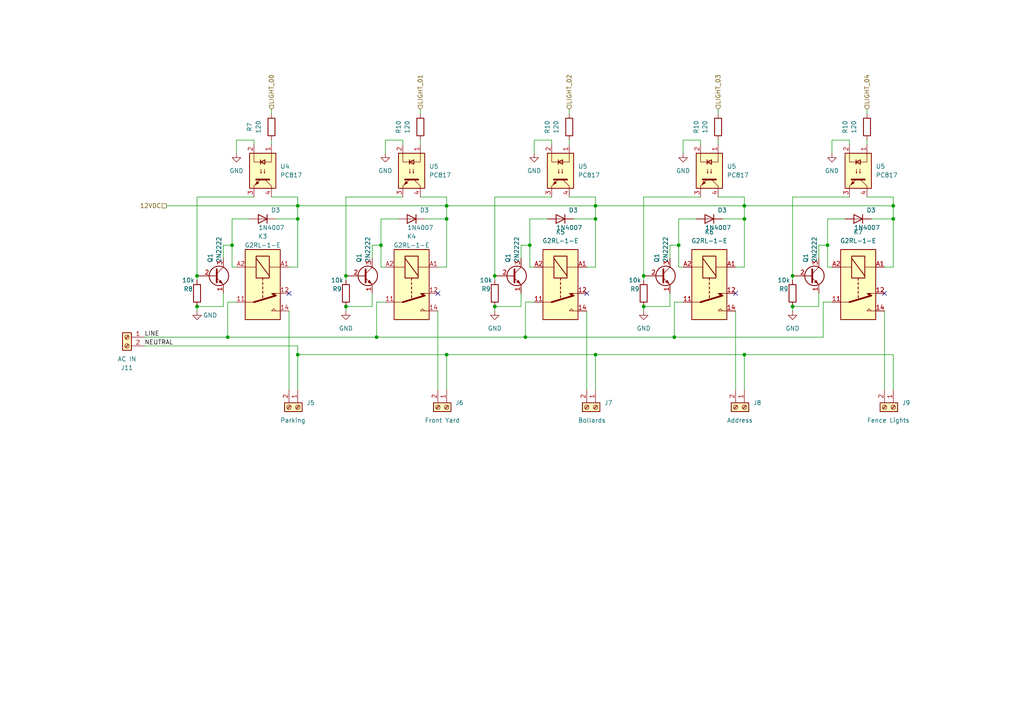
<source format=kicad_sch>
(kicad_sch (version 20230121) (generator eeschema)
  (paper "A4")
  (lib_symbols
    (symbol "Connector:Screw_Terminal_01x02" (pin_names (offset 1.016) hide)
      (property "Reference" "J" (at 0 2.54 0))
      (property "Value" "Screw_Terminal_01x02" (at 0 -5.08 0))
      (symbol "Screw_Terminal_01x02_1_1"
        (rectangle (start -1.27 1.27) (end 1.27 -3.81) (stroke (width 0.254)) (fill (type background)))
        (circle (center 0 -2.54) (radius 0.635) (stroke (width 0.1524)))
        (polyline (pts (xy -0.5334 -2.2098) (xy 0.3302 -3.048)) (stroke (width 0.1524)))
        (polyline (pts (xy -0.5334 0.3302) (xy 0.3302 -0.508)) (stroke (width 0.1524)))
        (polyline (pts (xy -0.3556 -2.032) (xy 0.508 -2.8702)) (stroke (width 0.1524)))
        (polyline (pts (xy -0.3556 0.508) (xy 0.508 -0.3302)) (stroke (width 0.1524)))
        (circle (center 0 0) (radius 0.635) (stroke (width 0.1524)))
        (pin passive line (at -5.08 0 0) (length 3.81) (name "Pin_1") (number "1"))
        (pin passive line (at -5.08 -2.54 0) (length 3.81) (name "Pin_2") (number "2"))
      )
    )
    (symbol "Device:R" (pin_numbers hide) (pin_names (offset 0))
      (property "Reference" "R" (at 2.032 0 90))
      (property "Value" "R" (at 0 0 90))
      (symbol "R_0_1"
        (rectangle (start -1.016 -2.54) (end 1.016 2.54) (stroke (width 0.254)))
      )
      (symbol "R_1_1"
        (pin passive line (at 0 3.81 270) (length 1.27) (name "~") (number "1"))
        (pin passive line (at 0 -3.81 90) (length 1.27) (name "~") (number "2"))
      )
    )
    (symbol "Diode:1N4007" (pin_numbers hide) (pin_names hide)
      (property "Reference" "D" (at 0 2.54 0))
      (property "Value" "1N4007" (at 0 -2.54 0))
      (symbol "1N4007_0_1"
        (polyline (pts (xy -1.27 1.27) (xy -1.27 -1.27)) (stroke (width 0.254)))
        (polyline (pts (xy 1.27 0) (xy -1.27 0)))
        (polyline (pts (xy 1.27 1.27) (xy 1.27 -1.27) (xy -1.27 0) (xy 1.27 1.27)) (stroke (width 0.254)))
      )
      (symbol "1N4007_1_1"
        (pin passive line (at -3.81 0 0) (length 2.54) (name "K") (number "1"))
        (pin passive line (at 3.81 0 180) (length 2.54) (name "A") (number "2"))
      )
    )
    (symbol "Isolator:PC817" (pin_names (offset 1.016))
      (property "Reference" "U" (at -5.08 5.08 0))
      (property "Value" "PC817" (at 0 5.08 0))
      (symbol "PC817_0_1"
        (rectangle (start -5.08 3.81) (end 5.08 -3.81) (stroke (width 0.254)) (fill (type background)))
        (polyline (pts (xy -3.175 -0.635) (xy -1.905 -0.635)) (stroke (width 0.254)))
        (polyline (pts (xy 2.54 0.635) (xy 4.445 2.54)))
        (polyline (pts (xy 4.445 -2.54) (xy 2.54 -0.635)) (fill (type outline)))
        (polyline (pts (xy 4.445 -2.54) (xy 5.08 -2.54)))
        (polyline (pts (xy 4.445 2.54) (xy 5.08 2.54)))
        (polyline (pts (xy -5.08 2.54) (xy -2.54 2.54) (xy -2.54 -0.635)))
        (polyline (pts (xy -2.54 -0.635) (xy -2.54 -2.54) (xy -5.08 -2.54)))
        (polyline (pts (xy 2.54 1.905) (xy 2.54 -1.905) (xy 2.54 -1.905)) (stroke (width 0.508)))
        (polyline (pts (xy -2.54 -0.635) (xy -3.175 0.635) (xy -1.905 0.635) (xy -2.54 -0.635)) (stroke (width 0.254)))
        (polyline (pts (xy -0.508 -0.508) (xy 0.762 -0.508) (xy 0.381 -0.635) (xy 0.381 -0.381) (xy 0.762 -0.508)))
        (polyline (pts (xy -0.508 0.508) (xy 0.762 0.508) (xy 0.381 0.381) (xy 0.381 0.635) (xy 0.762 0.508)))
        (polyline (pts (xy 3.048 -1.651) (xy 3.556 -1.143) (xy 4.064 -2.159) (xy 3.048 -1.651) (xy 3.048 -1.651)) (fill (type outline)))
      )
      (symbol "PC817_1_1"
        (pin passive line (at -7.62 2.54 0) (length 2.54) (name "~") (number "1"))
        (pin passive line (at -7.62 -2.54 0) (length 2.54) (name "~") (number "2"))
        (pin passive line (at 7.62 -2.54 180) (length 2.54) (name "~") (number "3"))
        (pin passive line (at 7.62 2.54 180) (length 2.54) (name "~") (number "4"))
      )
    )
    (symbol "Relay:G2RL-1-E"
      (property "Reference" "K" (at 11.43 3.81 0))
      (property "Value" "G2RL-1-E" (at 11.43 1.27 0))
      (symbol "G2RL-1-E_0_0"
        (polyline (pts (xy 7.62 5.08) (xy 7.62 2.54) (xy 6.985 3.175) (xy 7.62 3.81)))
      )
      (symbol "G2RL-1-E_0_1"
        (rectangle (start -10.16 5.08) (end 10.16 -5.08) (stroke (width 0.254)) (fill (type background)))
        (rectangle (start -8.255 1.905) (end -1.905 -1.905) (stroke (width 0.254)))
        (polyline (pts (xy -7.62 -1.905) (xy -2.54 1.905)) (stroke (width 0.254)))
        (polyline (pts (xy -5.08 -5.08) (xy -5.08 -1.905)))
        (polyline (pts (xy -5.08 5.08) (xy -5.08 1.905)))
        (polyline (pts (xy -1.905 0) (xy -1.27 0)) (stroke (width 0.254)))
        (polyline (pts (xy -0.635 0) (xy 0 0)) (stroke (width 0.254)))
        (polyline (pts (xy 0.635 0) (xy 1.27 0)) (stroke (width 0.254)))
        (polyline (pts (xy 1.905 0) (xy 2.54 0)) (stroke (width 0.254)))
        (polyline (pts (xy 3.175 0) (xy 3.81 0)) (stroke (width 0.254)))
        (polyline (pts (xy 5.08 -2.54) (xy 3.175 3.81)) (stroke (width 0.508)))
        (polyline (pts (xy 5.08 -2.54) (xy 5.08 -5.08)))
        (polyline (pts (xy 2.54 5.08) (xy 2.54 2.54) (xy 3.175 3.175) (xy 2.54 3.81)) (fill (type outline)))
      )
      (symbol "G2RL-1-E_1_1"
        (pin passive line (at 5.08 -7.62 90) (length 2.54) (name "~") (number "11"))
        (pin passive line (at 2.54 7.62 270) (length 2.54) (name "~") (number "12"))
        (pin passive line (at 7.62 7.62 270) (length 2.54) (name "~") (number "14"))
        (pin passive line (at -5.08 7.62 270) (length 2.54) (name "~") (number "A1"))
        (pin passive line (at -5.08 -7.62 90) (length 2.54) (name "~") (number "A2"))
      )
    )
    (symbol "Transistor_BJT:2N3904" (pin_names (offset 0) hide)
      (property "Reference" "Q" (at 5.08 1.905 0))
      (property "Value" "2N3904" (at 5.08 0 0))
      (symbol "2N3904_0_1"
        (polyline (pts (xy 0.635 0.635) (xy 2.54 2.54)))
        (polyline (pts (xy 0.635 -0.635) (xy 2.54 -2.54) (xy 2.54 -2.54)))
        (polyline (pts (xy 0.635 1.905) (xy 0.635 -1.905) (xy 0.635 -1.905)) (stroke (width 0.508)))
        (polyline (pts (xy 1.27 -1.778) (xy 1.778 -1.27) (xy 2.286 -2.286) (xy 1.27 -1.778) (xy 1.27 -1.778)) (fill (type outline)))
        (circle (center 1.27 0) (radius 2.8194) (stroke (width 0.254)))
      )
      (symbol "2N3904_1_1"
        (pin passive line (at 2.54 -5.08 90) (length 2.54) (name "E") (number "1"))
        (pin passive line (at -5.08 0 0) (length 5.715) (name "B") (number "2"))
        (pin passive line (at 2.54 5.08 270) (length 2.54) (name "C") (number "3"))
      )
    )
    (symbol "power:GND" (power) (pin_names (offset 0))
      (property "Value" "GND" (at 0 -3.81 0))
      (symbol "GND_0_1"
        (polyline (pts (xy 0 0) (xy 0 -1.27) (xy 1.27 -1.27) (xy 0 -2.54) (xy -1.27 -1.27) (xy 0 -1.27)))
      )
      (symbol "GND_1_1"
        (pin power_in line (at 0 0 270) (length 0) hide (name "GND") (number "1"))
      )
    )
  )
  (junction (at 172.72 102.87))
  (junction (at 129.54 59.69))
  (junction (at 67.31 71.12))
  (junction (at 215.9 63.5))
  (junction (at 86.36 102.87))
  (junction (at 186.69 88.9))
  (junction (at 143.51 80.01))
  (junction (at 172.72 59.69))
  (junction (at 143.51 88.9))
  (junction (at 66.04 97.79))
  (junction (at 129.54 63.5))
  (junction (at 86.36 63.5))
  (junction (at 259.08 63.5))
  (junction (at 259.08 59.69))
  (junction (at 229.87 80.01))
  (junction (at 86.36 59.69))
  (junction (at 129.54 102.87))
  (junction (at 100.33 80.01))
  (junction (at 109.22 97.79))
  (junction (at 215.9 102.87))
  (junction (at 57.15 88.9))
  (junction (at 196.85 71.12))
  (junction (at 240.03 71.12))
  (junction (at 57.15 80.01))
  (junction (at 215.9 59.69))
  (junction (at 172.72 63.5))
  (junction (at 152.4 97.79))
  (junction (at 186.69 80.01))
  (junction (at 229.87 88.9))
  (junction (at 153.67 71.12))
  (junction (at 195.58 97.79))
  (junction (at 100.33 88.9))
  (junction (at 110.49 71.12))
  (no_connect (at 256.54 85.09))
  (no_connect (at 213.36 85.09))
  (no_connect (at 170.18 85.09))
  (no_connect (at 127 85.09))
  (no_connect (at 83.82 85.09))
  (wire (pts (xy 237.49 71.12) (xy 240.03 71.12)))
  (wire (pts (xy 194.31 74.93) (xy 194.31 71.12)))
  (wire (pts (xy 143.51 90.17) (xy 143.51 88.9)))
  (wire (pts (xy 229.87 90.17) (xy 229.87 88.9)))
  (wire (pts (xy 215.9 57.15) (xy 215.9 59.69)))
  (wire (pts (xy 151.13 88.9) (xy 143.51 88.9)))
  (wire (pts (xy 121.92 57.15) (xy 129.54 57.15)))
  (wire (pts (xy 208.28 40.64) (xy 208.28 41.91)))
  (wire (pts (xy 154.94 87.63) (xy 152.4 87.63)))
  (wire (pts (xy 67.31 63.5) (xy 67.31 71.12)))
  (wire (pts (xy 154.94 44.45) (xy 154.94 40.64)))
  (wire (pts (xy 107.95 85.09) (xy 107.95 88.9)))
  (wire (pts (xy 196.85 71.12) (xy 196.85 77.47)))
  (wire (pts (xy 203.2 57.15) (xy 186.69 57.15)))
  (wire (pts (xy 195.58 97.79) (xy 195.58 87.63)))
  (wire (pts (xy 251.46 40.64) (xy 251.46 41.91)))
  (wire (pts (xy 67.31 71.12) (xy 67.31 77.47)))
  (wire (pts (xy 198.12 44.45) (xy 198.12 40.64)))
  (wire (pts (xy 245.11 63.5) (xy 240.03 63.5)))
  (wire (pts (xy 143.51 57.15) (xy 143.51 80.01)))
  (wire (pts (xy 68.58 87.63) (xy 66.04 87.63)))
  (wire (pts (xy 153.67 63.5) (xy 153.67 71.12)))
  (wire (pts (xy 100.33 57.15) (xy 100.33 80.01)))
  (wire (pts (xy 160.02 57.15) (xy 143.51 57.15)))
  (wire (pts (xy 208.28 31.75) (xy 208.28 33.02)))
  (wire (pts (xy 116.84 40.64) (xy 116.84 41.91)))
  (wire (pts (xy 107.95 74.93) (xy 107.95 71.12)))
  (wire (pts (xy 111.76 87.63) (xy 109.22 87.63)))
  (wire (pts (xy 229.87 80.01) (xy 229.87 81.28)))
  (wire (pts (xy 186.69 80.01) (xy 186.69 81.28)))
  (wire (pts (xy 251.46 57.15) (xy 259.08 57.15)))
  (wire (pts (xy 151.13 74.93) (xy 151.13 71.12)))
  (wire (pts (xy 107.95 71.12) (xy 110.49 71.12)))
  (wire (pts (xy 129.54 57.15) (xy 129.54 59.69)))
  (wire (pts (xy 64.77 85.09) (xy 64.77 88.9)))
  (wire (pts (xy 151.13 71.12) (xy 153.67 71.12)))
  (wire (pts (xy 215.9 59.69) (xy 259.08 59.69)))
  (wire (pts (xy 259.08 63.5) (xy 259.08 77.47)))
  (wire (pts (xy 67.31 77.47) (xy 68.58 77.47)))
  (wire (pts (xy 121.92 40.64) (xy 121.92 41.91)))
  (wire (pts (xy 78.74 57.15) (xy 86.36 57.15)))
  (wire (pts (xy 86.36 63.5) (xy 86.36 77.47)))
  (wire (pts (xy 203.2 40.64) (xy 203.2 41.91)))
  (wire (pts (xy 41.91 100.33) (xy 86.36 100.33)))
  (wire (pts (xy 241.3 87.63) (xy 238.76 87.63)))
  (wire (pts (xy 86.36 102.87) (xy 129.54 102.87)))
  (wire (pts (xy 72.39 63.5) (xy 67.31 63.5)))
  (wire (pts (xy 259.08 57.15) (xy 259.08 59.69)))
  (wire (pts (xy 64.77 71.12) (xy 67.31 71.12)))
  (wire (pts (xy 154.94 40.64) (xy 160.02 40.64)))
  (wire (pts (xy 172.72 77.47) (xy 170.18 77.47)))
  (wire (pts (xy 215.9 102.87) (xy 259.08 102.87)))
  (wire (pts (xy 237.49 88.9) (xy 229.87 88.9)))
  (wire (pts (xy 213.36 90.17) (xy 213.36 113.03)))
  (wire (pts (xy 86.36 59.69) (xy 129.54 59.69)))
  (wire (pts (xy 170.18 90.17) (xy 170.18 113.03)))
  (wire (pts (xy 100.33 90.17) (xy 100.33 88.9)))
  (wire (pts (xy 57.15 57.15) (xy 57.15 80.01)))
  (wire (pts (xy 201.93 63.5) (xy 196.85 63.5)))
  (wire (pts (xy 107.95 88.9) (xy 100.33 88.9)))
  (wire (pts (xy 241.3 44.45) (xy 241.3 40.64)))
  (wire (pts (xy 110.49 71.12) (xy 110.49 77.47)))
  (wire (pts (xy 215.9 63.5) (xy 215.9 77.47)))
  (wire (pts (xy 86.36 57.15) (xy 86.36 59.69)))
  (wire (pts (xy 241.3 40.64) (xy 246.38 40.64)))
  (wire (pts (xy 78.74 31.75) (xy 78.74 33.02)))
  (wire (pts (xy 129.54 102.87) (xy 129.54 113.03)))
  (wire (pts (xy 57.15 81.28) (xy 57.15 80.01)))
  (wire (pts (xy 172.72 102.87) (xy 172.72 113.03)))
  (wire (pts (xy 153.67 71.12) (xy 153.67 77.47)))
  (wire (pts (xy 246.38 40.64) (xy 246.38 41.91)))
  (wire (pts (xy 237.49 85.09) (xy 237.49 88.9)))
  (wire (pts (xy 153.67 77.47) (xy 154.94 77.47)))
  (wire (pts (xy 172.72 57.15) (xy 172.72 59.69)))
  (wire (pts (xy 240.03 63.5) (xy 240.03 71.12)))
  (wire (pts (xy 215.9 77.47) (xy 213.36 77.47)))
  (wire (pts (xy 78.74 40.64) (xy 78.74 41.91)))
  (wire (pts (xy 110.49 63.5) (xy 110.49 71.12)))
  (wire (pts (xy 165.1 31.75) (xy 165.1 33.02)))
  (wire (pts (xy 151.13 85.09) (xy 151.13 88.9)))
  (wire (pts (xy 116.84 57.15) (xy 100.33 57.15)))
  (wire (pts (xy 229.87 57.15) (xy 229.87 80.01)))
  (wire (pts (xy 41.91 97.79) (xy 66.04 97.79)))
  (wire (pts (xy 48.26 59.69) (xy 86.36 59.69)))
  (wire (pts (xy 83.82 90.17) (xy 83.82 113.03)))
  (wire (pts (xy 68.58 40.64) (xy 73.66 40.64)))
  (wire (pts (xy 166.37 63.5) (xy 172.72 63.5)))
  (wire (pts (xy 129.54 63.5) (xy 129.54 77.47)))
  (wire (pts (xy 196.85 63.5) (xy 196.85 71.12)))
  (wire (pts (xy 86.36 59.69) (xy 86.36 63.5)))
  (wire (pts (xy 158.75 63.5) (xy 153.67 63.5)))
  (wire (pts (xy 109.22 97.79) (xy 152.4 97.79)))
  (wire (pts (xy 123.19 63.5) (xy 129.54 63.5)))
  (wire (pts (xy 115.57 63.5) (xy 110.49 63.5)))
  (wire (pts (xy 73.66 57.15) (xy 57.15 57.15)))
  (wire (pts (xy 68.58 44.45) (xy 68.58 40.64)))
  (wire (pts (xy 215.9 59.69) (xy 215.9 63.5)))
  (wire (pts (xy 259.08 59.69) (xy 259.08 63.5)))
  (wire (pts (xy 111.76 44.45) (xy 111.76 40.64)))
  (wire (pts (xy 256.54 90.17) (xy 256.54 113.03)))
  (wire (pts (xy 194.31 71.12) (xy 196.85 71.12)))
  (wire (pts (xy 195.58 87.63) (xy 198.12 87.63)))
  (wire (pts (xy 251.46 31.75) (xy 251.46 33.02)))
  (wire (pts (xy 121.92 31.75) (xy 121.92 33.02)))
  (wire (pts (xy 66.04 97.79) (xy 109.22 97.79)))
  (wire (pts (xy 215.9 102.87) (xy 215.9 113.03)))
  (wire (pts (xy 73.66 40.64) (xy 73.66 41.91)))
  (wire (pts (xy 238.76 97.79) (xy 195.58 97.79)))
  (wire (pts (xy 152.4 87.63) (xy 152.4 97.79)))
  (wire (pts (xy 196.85 77.47) (xy 198.12 77.47)))
  (wire (pts (xy 165.1 40.64) (xy 165.1 41.91)))
  (wire (pts (xy 64.77 74.93) (xy 64.77 71.12)))
  (wire (pts (xy 66.04 87.63) (xy 66.04 97.79)))
  (wire (pts (xy 64.77 88.9) (xy 57.15 88.9)))
  (wire (pts (xy 129.54 59.69) (xy 172.72 59.69)))
  (wire (pts (xy 160.02 40.64) (xy 160.02 41.91)))
  (wire (pts (xy 252.73 63.5) (xy 259.08 63.5)))
  (wire (pts (xy 186.69 90.17) (xy 186.69 88.9)))
  (wire (pts (xy 237.49 74.93) (xy 237.49 71.12)))
  (wire (pts (xy 86.36 100.33) (xy 86.36 102.87)))
  (wire (pts (xy 259.08 77.47) (xy 256.54 77.47)))
  (wire (pts (xy 198.12 40.64) (xy 203.2 40.64)))
  (wire (pts (xy 209.55 63.5) (xy 215.9 63.5)))
  (wire (pts (xy 143.51 80.01) (xy 143.51 81.28)))
  (wire (pts (xy 109.22 87.63) (xy 109.22 97.79)))
  (wire (pts (xy 246.38 57.15) (xy 229.87 57.15)))
  (wire (pts (xy 110.49 77.47) (xy 111.76 77.47)))
  (wire (pts (xy 259.08 102.87) (xy 259.08 113.03)))
  (wire (pts (xy 86.36 102.87) (xy 86.36 113.03)))
  (wire (pts (xy 129.54 102.87) (xy 172.72 102.87)))
  (wire (pts (xy 186.69 57.15) (xy 186.69 80.01)))
  (wire (pts (xy 152.4 97.79) (xy 195.58 97.79)))
  (wire (pts (xy 129.54 59.69) (xy 129.54 63.5)))
  (wire (pts (xy 111.76 40.64) (xy 116.84 40.64)))
  (wire (pts (xy 240.03 77.47) (xy 241.3 77.47)))
  (wire (pts (xy 57.15 90.17) (xy 57.15 88.9)))
  (wire (pts (xy 208.28 57.15) (xy 215.9 57.15)))
  (wire (pts (xy 172.72 63.5) (xy 172.72 77.47)))
  (wire (pts (xy 127 90.17) (xy 127 113.03)))
  (wire (pts (xy 238.76 87.63) (xy 238.76 97.79)))
  (wire (pts (xy 172.72 59.69) (xy 172.72 63.5)))
  (wire (pts (xy 129.54 77.47) (xy 127 77.47)))
  (wire (pts (xy 80.01 63.5) (xy 86.36 63.5)))
  (wire (pts (xy 165.1 57.15) (xy 172.72 57.15)))
  (wire (pts (xy 240.03 71.12) (xy 240.03 77.47)))
  (wire (pts (xy 100.33 80.01) (xy 100.33 81.28)))
  (wire (pts (xy 172.72 102.87) (xy 215.9 102.87)))
  (wire (pts (xy 86.36 77.47) (xy 83.82 77.47)))
  (wire (pts (xy 194.31 85.09) (xy 194.31 88.9)))
  (wire (pts (xy 172.72 59.69) (xy 215.9 59.69)))
  (wire (pts (xy 194.31 88.9) (xy 186.69 88.9)))
  (label "NEUTRAL" (at 41.91 100.33 0))
  (label "LINE" (at 41.91 97.79 0))
  (hierarchical_label "LIGHT_03" (shape input) (at 208.28 31.75 90))
  (hierarchical_label "LIGHT_00" (shape input) (at 78.74 31.75 90))
  (hierarchical_label "LIGHT_02" (shape input) (at 165.1 31.75 90))
  (hierarchical_label "LIGHT_04" (shape input) (at 251.46 31.75 90))
  (hierarchical_label "12VDC" (shape passive) (at 48.26 59.69 180))
  (hierarchical_label "LIGHT_01" (shape input) (at 121.92 31.75 90))
  (symbol (lib_id "Isolator:PC817") (at 162.56 49.53 270) (unit 1)
    (property "Reference" "U5" (at 167.64 48.26 90) (effects (justify left)))
    (property "Value" "PC817" (at 167.64 50.8 90) (effects (justify left)))
    (property "Footprint" "Package_DIP:DIP-4_W7.62mm" (effects hide))
    (property "Datasheet" "http://www.soselectronic.cz/a_info/resource/d/pc817.pdf" (effects hide))
    (instances (project "control.gateway" (path "" (reference "U5") (unit 1)) (path "" (reference "U6") (unit 1))))
  )
  (symbol (lib_id "Transistor_BJT:2N3904") (at 62.23 80.01 0) (unit 1)
    (property "Reference" "Q1" (at 60.96 76.2 90) (effects (justify left)))
    (property "Value" "2N2222" (at 63.5 76.2 90) (effects (justify left)))
    (property "Footprint" "Package_TO_SOT_THT:TO-92_Inline_Wide" (effects hide))
    (property "Datasheet" "https://www.onsemi.com/pub/Collateral/2N3903-D.PDF" (effects hide))
    (instances (project "water-ctrl-hw" (path "" (reference "Q1") (unit 1))) (project "control.gateway" (path "" (reference "Q3") (unit 1)) (path "" (reference "Q2") (unit 1))))
  )
  (symbol (lib_id "power:GND") (at 241.3 44.45 0) (unit 1)
    (property "Reference" "#PWR018" (effects hide))
    (property "Value" "GND" (at 241.3 49.53 0))
    (instances (project "control.gateway" (path "" (reference "#PWR018") (unit 1)) (path "" (reference "#PWR027") (unit 1))))
  )
  (symbol (lib_id "Device:R") (at 100.33 85.09 0) (mirror x) (unit 1)
    (property "Reference" "R9" (at 97.79 83.82 0))
    (property "Value" "10k" (at 97.79 81.28 0))
    (property "Footprint" "PCM_Resistor_SMD_AKL:R_1206_3216Metric_Pad1.42x1.75mm_HandSolder" (effects hide))
    (instances (project "control.gateway" (path "" (reference "R9") (unit 1)) (path "" (reference "R11") (unit 1))))
  )
  (symbol (lib_id "Relay:G2RL-1-E") (at 162.56 82.55 270) (unit 1)
    (property "Reference" "K5" (at 162.56 67.31 90))
    (property "Value" "G2RL-1-E" (at 162.56 69.85 90))
    (property "Footprint" "Relay_THT:Relay_SPDT_Omron_G2RL-1-E" (effects hide))
    (property "Datasheet" "https://omronfs.omron.com/en_US/ecb/products/pdf/en-g2rl.pdf" (effects hide))
    (instances (project "control.gateway" (path "" (reference "K5") (unit 1)) (path "" (reference "K4") (unit 1))))
  )
  (symbol (lib_id "Connector:Screw_Terminal_01x02") (at 129.54 118.11 270) (unit 1)
    (property "Reference" "J6" (at 132.08 116.84 90) (effects (justify left)))
    (property "Value" "Front Yard" (at 123.19 121.92 90) (effects (justify left)))
    (property "Footprint" "Connector_Phoenix_MC_HighVoltage:PhoenixContact_MC_1,5_2-G-5.08_1x02_P5.08mm_Horizontal" (effects hide))
    (instances (project "control.gateway" (path "" (reference "J6") (unit 1)) (path "" (reference "J8") (unit 1))))
  )
  (symbol (lib_id "Isolator:PC817") (at 119.38 49.53 270) (unit 1)
    (property "Reference" "U5" (at 124.46 48.26 90) (effects (justify left)))
    (property "Value" "PC817" (at 124.46 50.8 90) (effects (justify left)))
    (property "Footprint" "Package_DIP:DIP-4_W7.62mm" (effects hide))
    (property "Datasheet" "http://www.soselectronic.cz/a_info/resource/d/pc817.pdf" (effects hide))
    (instances (project "control.gateway" (path "" (reference "U5") (unit 1)) (path "" (reference "U4") (unit 1))))
  )
  (symbol (lib_id "power:GND") (at 100.33 90.17 0) (unit 1)
    (property "Reference" "#PWR017" (effects hide))
    (property "Value" "GND" (at 100.33 95.25 0))
  )
  (symbol (lib_id "power:GND") (at 68.58 44.45 0) (unit 1)
    (property "Reference" "#PWR014" (effects hide))
    (property "Value" "GND" (at 68.58 49.53 0))
    (instances (project "control.gateway" (path "" (reference "#PWR014") (unit 1)) (path "" (reference "#PWR015") (unit 1))))
  )
  (symbol (lib_id "power:GND") (at 229.87 90.17 0) (unit 1)
    (property "Reference" "#PWR017" (effects hide))
    (property "Value" "GND" (at 229.87 95.25 0))
    (instances (project "control.gateway" (path "" (reference "#PWR017") (unit 1)) (path "" (reference "#PWR026") (unit 1))))
  )
  (symbol (lib_id "Transistor_BJT:2N3904") (at 148.59 80.01 0) (unit 1)
    (property "Reference" "Q1" (at 147.32 76.2 90) (effects (justify left)))
    (property "Value" "2N2222" (at 149.86 76.2 90) (effects (justify left)))
    (property "Footprint" "Package_TO_SOT_THT:TO-92_Inline_Wide" (effects hide))
    (property "Datasheet" "https://www.onsemi.com/pub/Collateral/2N3903-D.PDF" (effects hide))
    (instances (project "water-ctrl-hw" (path "" (reference "Q1") (unit 1))) (project "control.gateway" (path "" (reference "Q4") (unit 1)) (path "" (reference "Q4") (unit 1))))
  )
  (symbol (lib_id "power:GND") (at 111.76 44.45 0) (unit 1)
    (property "Reference" "#PWR018" (effects hide))
    (property "Value" "GND" (at 111.76 49.53 0))
  )
  (symbol (lib_id "Diode:1N4007") (at 76.2 63.5 180) (unit 1)
    (property "Reference" "D3" (at 81.28 60.96 0) (effects (justify left)))
    (property "Value" "1N4007" (at 82.55 66.04 0) (effects (justify left)))
    (property "Footprint" "Diode_THT:D_DO-41_SOD81_P10.16mm_Horizontal" (effects hide))
    (property "Datasheet" "http://www.vishay.com/docs/88503/1n4001.pdf" (effects hide))
  )
  (symbol (lib_id "power:GND") (at 154.94 44.45 0) (unit 1)
    (property "Reference" "#PWR018" (effects hide))
    (property "Value" "GND" (at 154.94 49.53 0))
    (instances (project "control.gateway" (path "" (reference "#PWR018") (unit 1)) (path "" (reference "#PWR021") (unit 1))))
  )
  (symbol (lib_id "power:GND") (at 198.12 44.45 0) (unit 1)
    (property "Reference" "#PWR018" (effects hide))
    (property "Value" "GND" (at 198.12 49.53 0))
    (instances (project "control.gateway" (path "" (reference "#PWR018") (unit 1)) (path "" (reference "#PWR024") (unit 1))))
  )
  (symbol (lib_id "Diode:1N4007") (at 248.92 63.5 180) (unit 1)
    (property "Reference" "D3" (at 254 60.96 0) (effects (justify left)))
    (property "Value" "1N4007" (at 255.27 66.04 0) (effects (justify left)))
    (property "Footprint" "Diode_THT:D_DO-41_SOD81_P10.16mm_Horizontal" (effects hide))
    (property "Datasheet" "http://www.vishay.com/docs/88503/1n4001.pdf" (effects hide))
    (instances (project "water-ctrl-hw" (path "" (reference "D3") (unit 1))) (project "control.gateway" (path "" (reference "D4") (unit 1)) (path "" (reference "D7") (unit 1))))
  )
  (symbol (lib_id "Device:R") (at 186.69 85.09 0) (mirror x) (unit 1)
    (property "Reference" "R9" (at 184.15 83.82 0))
    (property "Value" "10k" (at 184.15 81.28 0))
    (property "Footprint" "PCM_Resistor_SMD_AKL:R_1206_3216Metric_Pad1.42x1.75mm_HandSolder" (effects hide))
    (instances (project "control.gateway" (path "" (reference "R9") (unit 1)) (path "" (reference "R18") (unit 1))))
  )
  (symbol (lib_id "Device:R") (at 165.1 36.83 0) (mirror y) (unit 1)
    (property "Reference" "R10" (at 158.75 36.83 90))
    (property "Value" "120" (at 161.29 36.83 90))
    (property "Footprint" "PCM_Resistor_SMD_AKL:R_1206_3216Metric_Pad1.42x1.75mm_HandSolder" (effects hide))
    (instances (project "control.gateway" (path "" (reference "R10") (unit 1)) (path "" (reference "R19") (unit 1))))
  )
  (symbol (lib_id "Connector:Screw_Terminal_01x02") (at 259.08 118.11 270) (unit 1)
    (property "Reference" "J9" (at 261.62 116.84 90) (effects (justify left)))
    (property "Value" "Fence Lights" (at 251.46 121.92 90) (effects (justify left)))
    (property "Footprint" "Connector_Phoenix_MC_HighVoltage:PhoenixContact_MC_1,5_2-G-5.08_1x02_P5.08mm_Horizontal" (effects hide))
    (instances (project "control.gateway" (path "" (reference "J9") (unit 1)) (path "" (reference "J13") (unit 1))))
  )
  (symbol (lib_id "Transistor_BJT:2N3904") (at 234.95 80.01 0) (unit 1)
    (property "Reference" "Q1" (at 233.68 76.2 90) (effects (justify left)))
    (property "Value" "2N2222" (at 236.22 76.2 90) (effects (justify left)))
    (property "Footprint" "Package_TO_SOT_THT:TO-92_Inline_Wide" (effects hide))
    (property "Datasheet" "https://www.onsemi.com/pub/Collateral/2N3903-D.PDF" (effects hide))
    (instances (project "water-ctrl-hw" (path "" (reference "Q1") (unit 1))) (project "control.gateway" (path "" (reference "Q4") (unit 1)) (path "" (reference "Q6") (unit 1))))
  )
  (symbol (lib_id "Device:R") (at 121.92 36.83 0) (mirror y) (unit 1)
    (property "Reference" "R10" (at 115.57 36.83 90))
    (property "Value" "120" (at 118.11 36.83 90))
    (property "Footprint" "PCM_Resistor_SMD_AKL:R_1206_3216Metric_Pad1.42x1.75mm_HandSolder" (effects hide))
    (instances (project "control.gateway" (path "" (reference "R10") (unit 1)) (path "" (reference "R17") (unit 1))))
  )
  (symbol (lib_id "Device:R") (at 208.28 36.83 0) (mirror y) (unit 1)
    (property "Reference" "R10" (at 201.93 36.83 90))
    (property "Value" "120" (at 204.47 36.83 90))
    (property "Footprint" "PCM_Resistor_SMD_AKL:R_1206_3216Metric_Pad1.42x1.75mm_HandSolder" (effects hide))
    (instances (project "control.gateway" (path "" (reference "R10") (unit 1)) (path "" (reference "R20") (unit 1))))
  )
  (symbol (lib_id "Device:R") (at 57.15 85.09 0) (mirror x) (unit 1)
    (property "Reference" "R8" (at 54.61 83.82 0))
    (property "Value" "10k" (at 54.61 81.28 0))
    (property "Footprint" "PCM_Resistor_SMD_AKL:R_1206_3216Metric_Pad1.42x1.75mm_HandSolder" (effects hide))
    (instances (project "control.gateway" (path "" (reference "R8") (unit 1)) (path "" (reference "R10") (unit 1))))
  )
  (symbol (lib_id "Diode:1N4007") (at 205.74 63.5 180) (unit 1)
    (property "Reference" "D3" (at 210.82 60.96 0) (effects (justify left)))
    (property "Value" "1N4007" (at 212.09 66.04 0) (effects (justify left)))
    (property "Footprint" "Diode_THT:D_DO-41_SOD81_P10.16mm_Horizontal" (effects hide))
    (property "Datasheet" "http://www.vishay.com/docs/88503/1n4001.pdf" (effects hide))
    (instances (project "water-ctrl-hw" (path "" (reference "D3") (unit 1))) (project "control.gateway" (path "" (reference "D4") (unit 1)) (path "" (reference "D6") (unit 1))))
  )
  (symbol (lib_id "Connector:Screw_Terminal_01x02") (at 215.9 118.11 270) (unit 1)
    (property "Reference" "J8" (at 218.44 116.84 90) (effects (justify left)))
    (property "Value" "Address" (at 210.82 121.92 90) (effects (justify left)))
    (property "Footprint" "Connector_Phoenix_MC_HighVoltage:PhoenixContact_MC_1,5_2-G-5.08_1x02_P5.08mm_Horizontal" (effects hide))
    (instances (project "control.gateway" (path "" (reference "J8") (unit 1)) (path "" (reference "J11") (unit 1))))
  )
  (symbol (lib_id "power:GND") (at 143.51 90.17 0) (unit 1)
    (property "Reference" "#PWR017" (effects hide))
    (property "Value" "GND" (at 143.51 95.25 0))
    (instances (project "control.gateway" (path "" (reference "#PWR017") (unit 1)) (path "" (reference "#PWR020") (unit 1))))
  )
  (symbol (lib_id "Device:R") (at 78.74 36.83 0) (mirror y) (unit 1)
    (property "Reference" "R7" (at 72.39 36.83 90))
    (property "Value" "120" (at 74.93 36.83 90))
    (property "Footprint" "PCM_Resistor_SMD_AKL:R_1206_3216Metric_Pad1.42x1.75mm_HandSolder" (effects hide))
    (instances (project "control.gateway" (path "" (reference "R7") (unit 1)) (path "" (reference "R16") (unit 1))))
  )
  (symbol (lib_id "Connector:Screw_Terminal_01x02") (at 86.36 118.11 270) (unit 1)
    (property "Reference" "J5" (at 88.9 116.84 90) (effects (justify left)))
    (property "Value" "Parking" (at 81.28 121.92 90) (effects (justify left)))
    (property "Footprint" "Connector_Phoenix_MC_HighVoltage:PhoenixContact_MC_1,5_2-G-5.08_1x02_P5.08mm_Horizontal" (effects hide))
    (instances (project "control.gateway" (path "" (reference "J5") (unit 1)) (path "" (reference "J7") (unit 1))))
  )
  (symbol (lib_id "Relay:G2RL-1-E") (at 76.2 82.55 270) (unit 1)
    (property "Reference" "K3" (at 76.2 68.58 90))
    (property "Value" "G2RL-1-E" (at 76.2 71.12 90))
    (property "Footprint" "Relay_THT:Relay_SPDT_Omron_G2RL-1-E" (effects hide))
    (property "Datasheet" "https://omronfs.omron.com/en_US/ecb/products/pdf/en-g2rl.pdf" (effects hide))
    (instances (project "control.gateway" (path "" (reference "K3") (unit 1)) (path "" (reference "K2") (unit 1))))
  )
  (symbol (lib_id "Diode:1N4007") (at 162.56 63.5 180) (unit 1)
    (property "Reference" "D3" (at 167.64 60.96 0) (effects (justify left)))
    (property "Value" "1N4007" (at 168.91 66.04 0) (effects (justify left)))
    (property "Footprint" "Diode_THT:D_DO-41_SOD81_P10.16mm_Horizontal" (effects hide))
    (property "Datasheet" "http://www.vishay.com/docs/88503/1n4001.pdf" (effects hide))
    (instances (project "water-ctrl-hw" (path "" (reference "D3") (unit 1))) (project "control.gateway" (path "" (reference "D4") (unit 1)) (path "" (reference "D5") (unit 1))))
  )
  (symbol (lib_id "Relay:G2RL-1-E") (at 248.92 82.55 270) (unit 1)
    (property "Reference" "K7" (at 248.92 67.31 90))
    (property "Value" "G2RL-1-E" (at 248.92 69.85 90))
    (property "Footprint" "Relay_THT:Relay_SPDT_Omron_G2RL-1-E" (effects hide))
    (property "Datasheet" "https://omronfs.omron.com/en_US/ecb/products/pdf/en-g2rl.pdf" (effects hide))
    (instances (project "control.gateway" (path "" (reference "K7") (unit 1)) (path "" (reference "K6") (unit 1))))
  )
  (symbol (lib_id "power:GND") (at 57.15 90.17 0) (unit 1)
    (property "Reference" "#PWR016" (effects hide))
    (property "Value" "GND" (at 60.96 91.44 0))
    (instances (project "control.gateway" (path "" (reference "#PWR016") (unit 1)) (path "" (reference "#PWR014") (unit 1))))
  )
  (symbol (lib_id "Device:R") (at 229.87 85.09 0) (mirror x) (unit 1)
    (property "Reference" "R9" (at 227.33 83.82 0))
    (property "Value" "10k" (at 227.33 81.28 0))
    (property "Footprint" "PCM_Resistor_SMD_AKL:R_1206_3216Metric_Pad1.42x1.75mm_HandSolder" (effects hide))
    (instances (project "control.gateway" (path "" (reference "R9") (unit 1)) (path "" (reference "R22") (unit 1))))
  )
  (symbol (lib_id "Connector:Screw_Terminal_01x02") (at 36.83 97.79 0) (mirror y) (unit 1)
    (property "Reference" "J11" (at 36.83 106.68 0))
    (property "Value" "AC IN" (at 36.83 104.14 0))
    (property "Footprint" "TerminalBlock_Phoenix:TerminalBlock_Phoenix_MKDS-1,5-2-5.08_1x02_P5.08mm_Horizontal" (effects hide))
    (instances (project "control.gateway" (path "" (reference "J11") (unit 1)) (path "" (reference "J5") (unit 1))))
  )
  (symbol (lib_id "Transistor_BJT:2N3904") (at 191.77 80.01 0) (unit 1)
    (property "Reference" "Q1" (at 190.5 76.2 90) (effects (justify left)))
    (property "Value" "2N2222" (at 193.04 76.2 90) (effects (justify left)))
    (property "Footprint" "Package_TO_SOT_THT:TO-92_Inline_Wide" (effects hide))
    (property "Datasheet" "https://www.onsemi.com/pub/Collateral/2N3903-D.PDF" (effects hide))
    (instances (project "water-ctrl-hw" (path "" (reference "Q1") (unit 1))) (project "control.gateway" (path "" (reference "Q4") (unit 1)) (path "" (reference "Q5") (unit 1))))
  )
  (symbol (lib_id "Isolator:PC817") (at 248.92 49.53 270) (unit 1)
    (property "Reference" "U5" (at 254 48.26 90) (effects (justify left)))
    (property "Value" "PC817" (at 254 50.8 90) (effects (justify left)))
    (property "Footprint" "Package_DIP:DIP-4_W7.62mm" (effects hide))
    (property "Datasheet" "http://www.soselectronic.cz/a_info/resource/d/pc817.pdf" (effects hide))
    (instances (project "control.gateway" (path "" (reference "U5") (unit 1)) (path "" (reference "U8") (unit 1))))
  )
  (symbol (lib_id "Transistor_BJT:2N3904") (at 105.41 80.01 0) (unit 1)
    (property "Reference" "Q1" (at 104.14 76.2 90) (effects (justify left)))
    (property "Value" "2N2222" (at 106.68 76.2 90) (effects (justify left)))
    (property "Footprint" "Package_TO_SOT_THT:TO-92_Inline_Wide" (effects hide))
    (property "Datasheet" "https://www.onsemi.com/pub/Collateral/2N3903-D.PDF" (effects hide))
    (instances (project "water-ctrl-hw" (path "" (reference "Q1") (unit 1))) (project "control.gateway" (path "" (reference "Q4") (unit 1)) (path "" (reference "Q3") (unit 1))))
  )
  (symbol (lib_id "Diode:1N4007") (at 119.38 63.5 180) (unit 1)
    (property "Reference" "D3" (at 124.46 60.96 0) (effects (justify left)))
    (property "Value" "1N4007" (at 125.73 66.04 0) (effects (justify left)))
    (property "Footprint" "Diode_THT:D_DO-41_SOD81_P10.16mm_Horizontal" (effects hide))
    (property "Datasheet" "http://www.vishay.com/docs/88503/1n4001.pdf" (effects hide))
    (instances (project "water-ctrl-hw" (path "" (reference "D3") (unit 1))) (project "control.gateway" (path "" (reference "D4") (unit 1)) (path "" (reference "D4") (unit 1))))
  )
  (symbol (lib_id "power:GND") (at 186.69 90.17 0) (unit 1)
    (property "Reference" "#PWR017" (effects hide))
    (property "Value" "GND" (at 186.69 95.25 0))
    (instances (project "control.gateway" (path "" (reference "#PWR017") (unit 1)) (path "" (reference "#PWR023") (unit 1))))
  )
  (symbol (lib_id "Device:R") (at 251.46 36.83 0) (mirror y) (unit 1)
    (property "Reference" "R10" (at 245.11 36.83 90))
    (property "Value" "120" (at 247.65 36.83 90))
    (property "Footprint" "PCM_Resistor_SMD_AKL:R_1206_3216Metric_Pad1.42x1.75mm_HandSolder" (effects hide))
    (instances (project "control.gateway" (path "" (reference "R10") (unit 1)) (path "" (reference "R21") (unit 1))))
  )
  (symbol (lib_id "Connector:Screw_Terminal_01x02") (at 172.72 118.11 270) (unit 1)
    (property "Reference" "J7" (at 175.26 116.84 90) (effects (justify left)))
    (property "Value" "Bollards" (at 167.64 121.92 90) (effects (justify left)))
    (property "Footprint" "Connector_Phoenix_MC_HighVoltage:PhoenixContact_MC_1,5_2-G-5.08_1x02_P5.08mm_Horizontal" (effects hide))
    (instances (project "control.gateway" (path "" (reference "J7") (unit 1)) (path "" (reference "J10") (unit 1))))
  )
  (symbol (lib_id "Isolator:PC817") (at 76.2 49.53 270) (unit 1)
    (property "Reference" "U4" (at 81.28 48.26 90) (effects (justify left)))
    (property "Value" "PC817" (at 81.28 50.8 90) (effects (justify left)))
    (property "Footprint" "Package_DIP:DIP-4_W7.62mm" (effects hide))
    (property "Datasheet" "http://www.soselectronic.cz/a_info/resource/d/pc817.pdf" (effects hide))
    (instances (project "control.gateway" (path "" (reference "U4") (unit 1)) (path "" (reference "U2") (unit 1))))
  )
  (symbol (lib_id "Device:R") (at 143.51 85.09 0) (mirror x) (unit 1)
    (property "Reference" "R9" (at 140.97 83.82 0))
    (property "Value" "10k" (at 140.97 81.28 0))
    (property "Footprint" "PCM_Resistor_SMD_AKL:R_1206_3216Metric_Pad1.42x1.75mm_HandSolder" (effects hide))
    (instances (project "control.gateway" (path "" (reference "R9") (unit 1)) (path "" (reference "R15") (unit 1))))
  )
  (symbol (lib_id "Isolator:PC817") (at 205.74 49.53 270) (unit 1)
    (property "Reference" "U5" (at 210.82 48.26 90) (effects (justify left)))
    (property "Value" "PC817" (at 210.82 50.8 90) (effects (justify left)))
    (property "Footprint" "Package_DIP:DIP-4_W7.62mm" (effects hide))
    (property "Datasheet" "http://www.soselectronic.cz/a_info/resource/d/pc817.pdf" (effects hide))
    (instances (project "control.gateway" (path "" (reference "U5") (unit 1)) (path "" (reference "U7") (unit 1))))
  )
  (symbol (lib_id "Relay:G2RL-1-E") (at 205.74 82.55 270) (unit 1)
    (property "Reference" "K6" (at 205.74 67.31 90))
    (property "Value" "G2RL-1-E" (at 205.74 69.85 90))
    (property "Footprint" "Relay_THT:Relay_SPDT_Omron_G2RL-1-E" (effects hide))
    (property "Datasheet" "https://omronfs.omron.com/en_US/ecb/products/pdf/en-g2rl.pdf" (effects hide))
    (instances (project "control.gateway" (path "" (reference "K6") (unit 1)) (path "" (reference "K5") (unit 1))))
  )
  (symbol (lib_id "Relay:G2RL-1-E") (at 119.38 82.55 270) (unit 1)
    (property "Reference" "K4" (at 119.38 68.58 90))
    (property "Value" "G2RL-1-E" (at 119.38 71.12 90))
    (property "Footprint" "Relay_THT:Relay_SPDT_Omron_G2RL-1-E" (effects hide))
    (property "Datasheet" "https://omronfs.omron.com/en_US/ecb/products/pdf/en-g2rl.pdf" (effects hide))
    (instances (project "control.gateway" (path "" (reference "K4") (unit 1)) (path "" (reference "K3") (unit 1))))
  )
)
</source>
